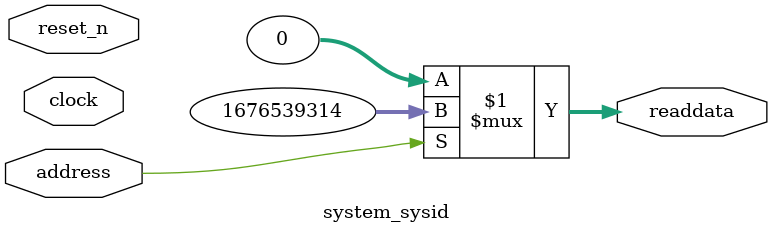
<source format=v>



// synthesis translate_off
`timescale 1ns / 1ps
// synthesis translate_on

// turn off superfluous verilog processor warnings 
// altera message_level Level1 
// altera message_off 10034 10035 10036 10037 10230 10240 10030 

module system_sysid (
               // inputs:
                address,
                clock,
                reset_n,

               // outputs:
                readdata
             )
;

  output  [ 31: 0] readdata;
  input            address;
  input            clock;
  input            reset_n;

  wire    [ 31: 0] readdata;
  //control_slave, which is an e_avalon_slave
  assign readdata = address ? 1676539314 : 0;

endmodule



</source>
